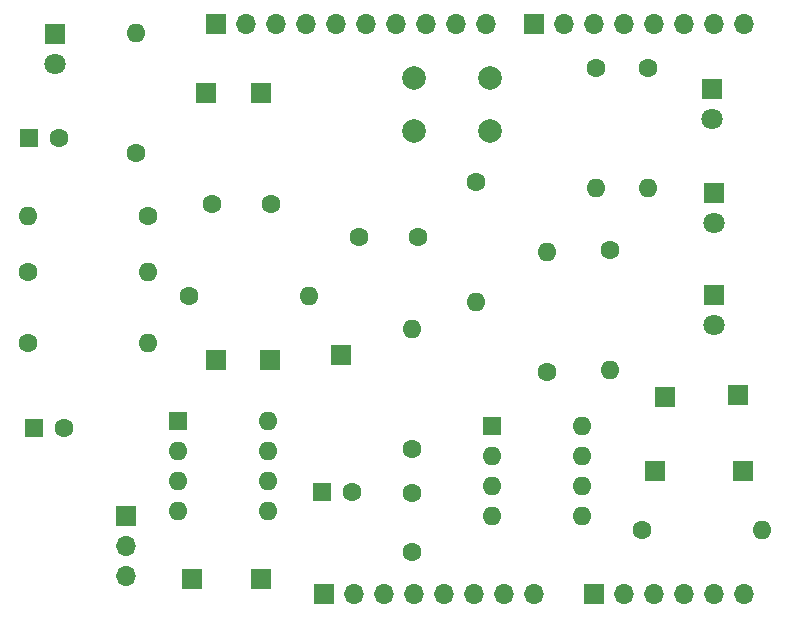
<source format=gbr>
%TF.GenerationSoftware,KiCad,Pcbnew,8.0.1*%
%TF.CreationDate,2024-05-26T21:20:36+02:00*%
%TF.ProjectId,SDHD_Lab,53444844-5f4c-4616-922e-6b696361645f,Rev 1.2*%
%TF.SameCoordinates,Original*%
%TF.FileFunction,Soldermask,Bot*%
%TF.FilePolarity,Negative*%
%FSLAX46Y46*%
G04 Gerber Fmt 4.6, Leading zero omitted, Abs format (unit mm)*
G04 Created by KiCad (PCBNEW 8.0.1) date 2024-05-26 21:20:36*
%MOMM*%
%LPD*%
G01*
G04 APERTURE LIST*
%ADD10R,1.600000X1.600000*%
%ADD11C,1.600000*%
%ADD12R,1.700000X1.700000*%
%ADD13O,1.700000X1.700000*%
%ADD14O,1.600000X1.600000*%
%ADD15R,1.800000X1.800000*%
%ADD16C,1.800000*%
%ADD17C,2.000000*%
G04 APERTURE END LIST*
D10*
%TO.C,C1*%
X102994888Y-58800000D03*
D11*
X105494888Y-58800000D03*
%TD*%
D12*
%TO.C,J12*%
X111200000Y-90875000D03*
D13*
X111200000Y-93415000D03*
X111200000Y-95955000D03*
%TD*%
D12*
%TO.C,J4*%
X122600000Y-55000000D03*
%TD*%
%TO.C,J8*%
X123400000Y-77600000D03*
%TD*%
D11*
%TO.C,R8*%
X112000000Y-60080000D03*
D14*
X112000000Y-49920000D03*
%TD*%
D12*
%TO.C,J11*%
X163400000Y-87000000D03*
%TD*%
D11*
%TO.C,R4*%
X151000000Y-52920000D03*
D14*
X151000000Y-63080000D03*
%TD*%
D11*
%TO.C,R5*%
X102920000Y-76200000D03*
D14*
X113080000Y-76200000D03*
%TD*%
D11*
%TO.C,R7 *%
X116520000Y-72200000D03*
D14*
X126680000Y-72200000D03*
%TD*%
D11*
%TO.C,C6*%
X130900000Y-67200000D03*
X135900000Y-67200000D03*
%TD*%
%TO.C,R9*%
X146800000Y-78680000D03*
D14*
X146800000Y-68520000D03*
%TD*%
D10*
%TO.C,C2*%
X103417621Y-83400000D03*
D11*
X105917621Y-83400000D03*
%TD*%
D12*
%TO.C,J2*%
X122600000Y-96200000D03*
%TD*%
D11*
%TO.C,R2*%
X102920000Y-70200000D03*
D14*
X113080000Y-70200000D03*
%TD*%
D10*
%TO.C,U1*%
X115600000Y-82800000D03*
D14*
X115600000Y-85340000D03*
X115600000Y-87880000D03*
X115600000Y-90420000D03*
X123220000Y-90420000D03*
X123220000Y-87880000D03*
X123220000Y-85340000D03*
X123220000Y-82800000D03*
%TD*%
D15*
%TO.C,D1*%
X160800000Y-54725000D03*
D16*
X160800000Y-57265000D03*
%TD*%
D12*
%TO.C,J6*%
X116800000Y-96200000D03*
%TD*%
D11*
%TO.C,C3*%
X118500000Y-64400000D03*
X123500000Y-64400000D03*
%TD*%
D15*
%TO.C,D4*%
X105200000Y-50000000D03*
D16*
X105200000Y-52540000D03*
%TD*%
D12*
%TO.C,J9*%
X129400000Y-77200000D03*
%TD*%
%TO.C,J10*%
X156000000Y-87000000D03*
%TD*%
D15*
%TO.C,D2*%
X161000000Y-63460000D03*
D16*
X161000000Y-66000000D03*
%TD*%
D12*
%TO.C,J5*%
X118000000Y-55000000D03*
%TD*%
D11*
%TO.C,R3*%
X155400000Y-52920000D03*
D14*
X155400000Y-63080000D03*
%TD*%
D17*
%TO.C,SW1*%
X142050000Y-58250000D03*
X135550000Y-58250000D03*
X142050000Y-53750000D03*
X135550000Y-53750000D03*
%TD*%
D12*
%TO.C,J3*%
X163000000Y-80600000D03*
%TD*%
D10*
%TO.C,C5*%
X127817621Y-88800000D03*
D11*
X130317621Y-88800000D03*
%TD*%
D12*
%TO.C,J7*%
X118800000Y-77600000D03*
%TD*%
D11*
%TO.C,R12*%
X154920000Y-92000000D03*
D14*
X165080000Y-92000000D03*
%TD*%
D15*
%TO.C,D3*%
X161000000Y-72125000D03*
D16*
X161000000Y-74665000D03*
%TD*%
D10*
%TO.C,U2*%
X142200000Y-83200000D03*
D14*
X142200000Y-85740000D03*
X142200000Y-88280000D03*
X142200000Y-90820000D03*
X149820000Y-90820000D03*
X149820000Y-88280000D03*
X149820000Y-85740000D03*
X149820000Y-83200000D03*
%TD*%
D11*
%TO.C,C4*%
X135400000Y-93900000D03*
X135400000Y-88900000D03*
%TD*%
%TO.C,R1*%
X113080000Y-65400000D03*
D14*
X102920000Y-65400000D03*
%TD*%
D11*
%TO.C,R11*%
X140800000Y-62520000D03*
D14*
X140800000Y-72680000D03*
%TD*%
D11*
%TO.C,R10*%
X135400000Y-85200000D03*
D14*
X135400000Y-75040000D03*
%TD*%
D12*
%TO.C,J1*%
X156800000Y-80800000D03*
%TD*%
D11*
%TO.C,R6*%
X152200000Y-68320000D03*
D14*
X152200000Y-78480000D03*
%TD*%
D12*
%TO.C,P1*%
X127940000Y-97460000D03*
D13*
X130480000Y-97460000D03*
X133020000Y-97460000D03*
X135560000Y-97460000D03*
X138100000Y-97460000D03*
X140640000Y-97460000D03*
X143180000Y-97460000D03*
X145720000Y-97460000D03*
%TD*%
D12*
%TO.C,P3*%
X150800000Y-97460000D03*
D13*
X153340000Y-97460000D03*
X155880000Y-97460000D03*
X158420000Y-97460000D03*
X160960000Y-97460000D03*
X163500000Y-97460000D03*
%TD*%
D12*
%TO.C,P2*%
X118796000Y-49200000D03*
D13*
X121336000Y-49200000D03*
X123876000Y-49200000D03*
X126416000Y-49200000D03*
X128956000Y-49200000D03*
X131496000Y-49200000D03*
X134036000Y-49200000D03*
X136576000Y-49200000D03*
X139116000Y-49200000D03*
X141656000Y-49200000D03*
%TD*%
D12*
%TO.C,P4*%
X145720000Y-49200000D03*
D13*
X148260000Y-49200000D03*
X150800000Y-49200000D03*
X153340000Y-49200000D03*
X155880000Y-49200000D03*
X158420000Y-49200000D03*
X160960000Y-49200000D03*
X163500000Y-49200000D03*
%TD*%
M02*

</source>
